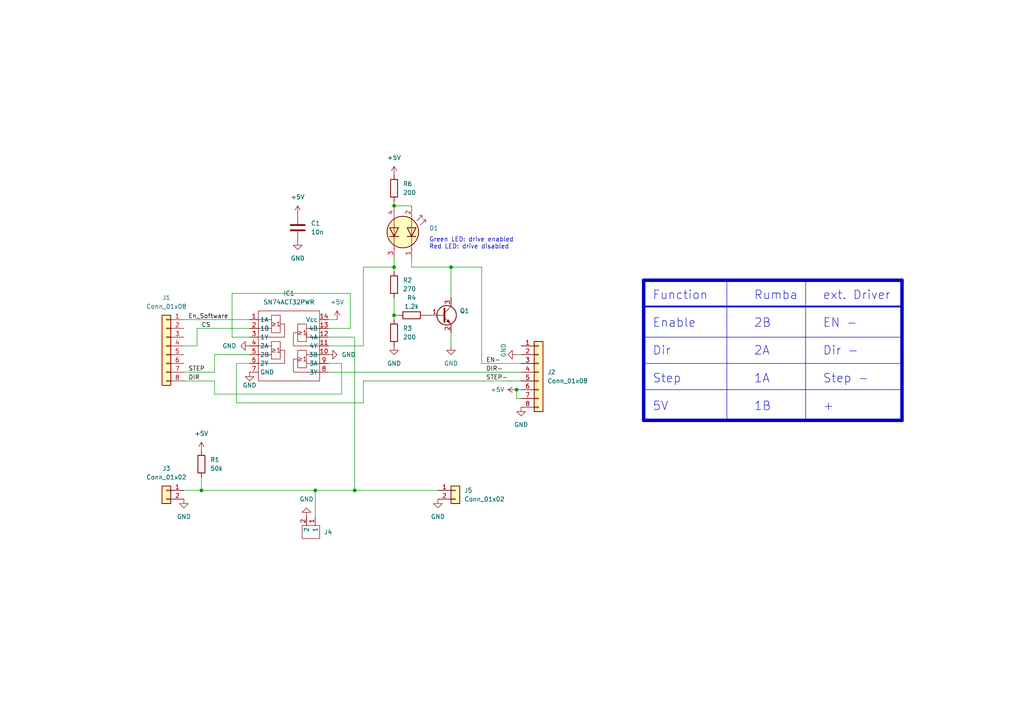
<source format=kicad_sch>
(kicad_sch (version 20211123) (generator eeschema)
  (paper "A4")
  (title_block (title "Driver BreakoutBoard for ext. Motor Drivers") (date "01.09.2023") (rev "1.0") (company "OpenSource Imaging Initiative"))
  (lib_symbols
    (symbol "Connector_Generic:Conn_01x02" (pin_names (offset 1.016) hide)
      (property "Reference" "J" (at 0 2.54 0))
      (property "Value" "Conn_01x02" (at 0 -5.08 0))
      (symbol "Conn_01x02_1_1"
        (rectangle (start -1.27 -2.413) (end 0 -2.667) (stroke (width 0.1524)))
        (rectangle (start -1.27 0.127) (end 0 -0.127) (stroke (width 0.1524)))
        (rectangle (start -1.27 1.27) (end 1.27 -3.81) (stroke (width 0.254)) (fill (type background)))
        (pin passive line (at -5.08 0 0) (length 3.81) (name "Pin_1") (number "1"))
        (pin passive line (at -5.08 -2.54 0) (length 3.81) (name "Pin_2") (number "2"))
      )
    )
    (symbol "Connector_Generic:Conn_01x08" (pin_names (offset 1.016) hide)
      (property "Reference" "J" (at 0 10.16 0))
      (property "Value" "Conn_01x08" (at 0 -12.7 0))
      (symbol "Conn_01x08_1_1"
        (rectangle (start -1.27 -10.033) (end 0 -10.287) (stroke (width 0.1524)))
        (rectangle (start -1.27 -7.493) (end 0 -7.747) (stroke (width 0.1524)))
        (rectangle (start -1.27 -4.953) (end 0 -5.207) (stroke (width 0.1524)))
        (rectangle (start -1.27 -2.413) (end 0 -2.667) (stroke (width 0.1524)))
        (rectangle (start -1.27 0.127) (end 0 -0.127) (stroke (width 0.1524)))
        (rectangle (start -1.27 2.667) (end 0 2.413) (stroke (width 0.1524)))
        (rectangle (start -1.27 5.207) (end 0 4.953) (stroke (width 0.1524)))
        (rectangle (start -1.27 7.747) (end 0 7.493) (stroke (width 0.1524)))
        (rectangle (start -1.27 8.89) (end 1.27 -11.43) (stroke (width 0.254)) (fill (type background)))
        (pin passive line (at -5.08 7.62 0) (length 3.81) (name "Pin_1") (number "1"))
        (pin passive line (at -5.08 5.08 0) (length 3.81) (name "Pin_2") (number "2"))
        (pin passive line (at -5.08 2.54 0) (length 3.81) (name "Pin_3") (number "3"))
        (pin passive line (at -5.08 0 0) (length 3.81) (name "Pin_4") (number "4"))
        (pin passive line (at -5.08 -2.54 0) (length 3.81) (name "Pin_5") (number "5"))
        (pin passive line (at -5.08 -5.08 0) (length 3.81) (name "Pin_6") (number "6"))
        (pin passive line (at -5.08 -7.62 0) (length 3.81) (name "Pin_7") (number "7"))
        (pin passive line (at -5.08 -10.16 0) (length 3.81) (name "Pin_8") (number "8"))
      )
    )
    (symbol "Device:C" (pin_numbers hide) (pin_names (offset 0.254))
      (property "Reference" "C" (at 0.635 2.54 0))
      (property "Value" "C" (at 0.635 -2.54 0))
      (symbol "C_0_1"
        (polyline (pts (xy -2.032 -0.762) (xy 2.032 -0.762)) (stroke (width 0.508)))
        (polyline (pts (xy -2.032 0.762) (xy 2.032 0.762)) (stroke (width 0.508)))
      )
      (symbol "C_1_1"
        (pin passive line (at 0 3.81 270) (length 2.794) (name "~") (number "1"))
        (pin passive line (at 0 -3.81 90) (length 2.794) (name "~") (number "2"))
      )
    )
    (symbol "Device:LED_Dual_KAKA" (pin_names (offset 0) hide)
      (property "Reference" "D" (at 0 5.715 0))
      (property "Value" "LED_Dual_KAKA" (at 0 -6.35 0))
      (symbol "LED_Dual_KAKA_0_1"
        (polyline (pts (xy -5.08 -2.54) (xy 2.032 -2.54)))
        (polyline (pts (xy -5.08 2.54) (xy 2.032 2.54)))
        (polyline (pts (xy -1.27 -1.27) (xy -1.27 -3.81)) (stroke (width 0.254)))
        (polyline (pts (xy -1.27 3.81) (xy -1.27 1.27)) (stroke (width 0.254)))
        (polyline (pts (xy 3.81 -2.54) (xy 1.905 -2.54)))
        (polyline (pts (xy 3.81 2.54) (xy 1.905 2.54)))
        (polyline (pts (xy 1.27 -1.27) (xy 1.27 -3.81) (xy -1.27 -2.54) (xy 1.27 -1.27)) (stroke (width 0.254)))
        (polyline (pts (xy 1.27 3.81) (xy 1.27 1.27) (xy -1.27 2.54) (xy 1.27 3.81)) (stroke (width 0.254)))
        (polyline (pts (xy 2.032 5.08) (xy 3.556 6.604) (xy 2.794 6.604) (xy 3.556 6.604) (xy 3.556 5.842)))
        (polyline (pts (xy 3.302 4.064) (xy 4.826 5.588) (xy 4.064 5.588) (xy 4.826 5.588) (xy 4.826 4.826)))
        (circle (center 0 0) (radius 4.572) (stroke (width 0.254)) (fill (type background)))
      )
      (symbol "LED_Dual_KAKA_1_1"
        (pin input line (at -7.62 2.54 0) (length 3.048) (name "A1") (number "1"))
        (pin input line (at 7.62 2.54 180) (length 3.81) (name "K1") (number "2"))
        (pin input line (at -7.62 -2.54 0) (length 3.048) (name "A2") (number "3"))
        (pin input line (at 7.62 -2.54 180) (length 3.81) (name "K2") (number "4"))
      )
    )
    (symbol "Device:Q_NPN_CEB" (pin_names (offset 0) hide)
      (property "Reference" "Q1" (at 5.08 1.2701 0))
      (symbol "Q_NPN_CEB_0_1"
        (polyline (pts (xy 0.635 0.635) (xy 2.54 2.54)))
        (polyline (pts (xy 0.635 -0.635) (xy 2.54 -2.54) (xy 2.54 -2.54)))
        (polyline (pts (xy 0.635 1.905) (xy 0.635 -1.905) (xy 0.635 -1.905)) (stroke (width 0.508)))
        (polyline (pts (xy 1.27 -1.778) (xy 1.778 -1.27) (xy 2.286 -2.286) (xy 1.27 -1.778) (xy 1.27 -1.778)) (fill (type outline)))
        (circle (center 1.27 0) (radius 2.8194) (stroke (width 0.254)))
      )
      (symbol "Q_NPN_CEB_1_1"
        (pin input line (at -5.08 0 0) (length 5.715) (name "B") (number "1"))
        (pin passive line (at 2.54 -5.08 90) (length 2.54) (name "E") (number "2"))
        (pin passive line (at 2.54 5.08 270) (length 2.54) (name "C") (number "3"))
      )
    )
    (symbol "Device:R" (pin_numbers hide) (pin_names (offset 0))
      (property "Reference" "R" (at 2.032 0 90))
      (property "Value" "R" (at 0 0 90))
      (symbol "R_0_1"
        (rectangle (start -1.016 -2.54) (end 1.016 2.54) (stroke (width 0.254)))
      )
      (symbol "R_1_1"
        (pin passive line (at 0 3.81 270) (length 1.27) (name "~") (number "1"))
        (pin passive line (at 0 -3.81 90) (length 1.27) (name "~") (number "2"))
      )
    )
    (symbol "custom_parts:0393570002"
      (property "Reference" "X" (at 0 0 0))
      (property "Value" "0393570002" (at 0 0 0))
      (property "Link" "https://www.digikey.de/de/products/detail/molex/0393570002/946543" (at 0 0 0))
      (symbol "0393570002_0_1"
        (rectangle (start -3.81 -2.54) (end 0 -7.62))
      )
      (symbol "0393570002_1_1"
        (pin passive line (at 2.54 -3.81 180) (length 2.54) (name "1") (number "1"))
        (pin passive line (at 2.54 -6.35 180) (length 2.54) (name "2") (number "2"))
      )
    )
    (symbol "custom_parts:74LVC32A"
      (property "Reference" "IC" (at 0 11.43 0))
      (property "Value" "74LVC32A" (at 0 -11.43 0))
      (property "Link" "https://www.digikey.de/de/products/detail/nexperia-usa-inc/74LVC32APW-118/946666" (at 0 0 0))
      (symbol "74LVC32A_0_0"
        (polyline (pts (xy -8.89 -2.54) (xy -5.08 -2.54)))
        (polyline (pts (xy -8.89 0) (xy -5.08 0)))
        (polyline (pts (xy -8.89 5.08) (xy -5.08 5.08)))
        (polyline (pts (xy -8.89 7.62) (xy -5.08 7.62)))
        (polyline (pts (xy 8.89 -5.08) (xy 5.08 -5.08)))
        (polyline (pts (xy 8.89 -2.54) (xy 5.08 -2.54)))
        (polyline (pts (xy 8.89 5.08) (xy 5.08 5.08)))
        (polyline (pts (xy 8.89 2.54) (xy 5.08 2.54) (xy 5.08 3.81)))
        (polyline (pts (xy -8.89 -5.08) (xy -1.27 -5.08) (xy -1.27 -1.27) (xy -2.54 -1.27)))
        (polyline (pts (xy 2.54 -3.81) (xy 1.27 -3.81) (xy 1.27 -7.62) (xy 8.89 -7.62)))
        (polyline (pts (xy 2.54 3.81) (xy 1.27 3.81) (xy 1.27 0) (xy 8.89 0)))
        (text "≥1" (at -3.81 -1.27 0) (effects (font (size 1.27 1.27))))
        (text "≥1" (at -3.81 6.35 0) (effects (font (size 1.27 1.27))))
        (text "≥1" (at 3.81 -3.81 0) (effects (font (size 1.27 1.27))))
        (text "≥1" (at 3.81 3.81 0) (effects (font (size 1.27 1.27))))
      )
      (symbol "74LVC32A_0_1"
        (rectangle (start -8.89 10.16) (end 8.89 -10.16))
        (rectangle (start -5.08 1.27) (end -2.54 -3.81))
        (rectangle (start -5.08 8.89) (end -2.54 3.81))
        (polyline (pts (xy -8.89 2.54) (xy -1.27 2.54) (xy -1.27 6.35) (xy -2.54 6.35)))
        (rectangle (start 2.54 -1.27) (end 5.08 -6.35))
        (rectangle (start 2.54 6.35) (end 5.08 1.27))
      )
      (symbol "74LVC32A_1_1"
        (pin input line (at -11.43 7.62 0) (length 2.54) (name "1A") (number "1"))
        (pin input line (at 11.43 -2.54 180) (length 2.54) (name "3B") (number "10"))
        (pin output line (at 11.43 0 180) (length 2.54) (name "4Y") (number "11"))
        (pin input line (at 11.43 2.54 180) (length 2.54) (name "4A") (number "12"))
        (pin input line (at 11.43 5.08 180) (length 2.54) (name "4B") (number "13"))
        (pin power_in line (at 11.43 7.62 180) (length 2.54) (name "Vcc") (number "14"))
        (pin input line (at -11.43 5.08 0) (length 2.54) (name "1B") (number "2"))
        (pin output line (at -11.43 2.54 0) (length 2.54) (name "1Y") (number "3"))
        (pin input line (at -11.43 0 0) (length 2.54) (name "2A") (number "4"))
        (pin input line (at -11.43 -2.54 0) (length 2.54) (name "2B") (number "5"))
        (pin output line (at -11.43 -5.08 0) (length 2.54) (name "2Y") (number "6"))
        (pin passive line (at -11.43 -7.62 0) (length 2.54) (name "GND") (number "7"))
        (pin output line (at 11.43 -7.62 180) (length 2.54) (name "3Y") (number "8"))
        (pin input line (at 11.43 -5.08 180) (length 2.54) (name "3A") (number "9"))
      )
    )
    (symbol "power:+5V" (power) (pin_names (offset 0))
      (property "Value" "+5V" (at 0 3.556 0))
      (symbol "+5V_0_1"
        (polyline (pts (xy -0.762 1.27) (xy 0 2.54)))
        (polyline (pts (xy 0 0) (xy 0 2.54)))
        (polyline (pts (xy 0 2.54) (xy 0.762 1.27)))
      )
      (symbol "+5V_1_1"
        (pin power_in line (at 0 0 90) (length 0) hide (name "+5V") (number "1"))
      )
    )
    (symbol "power:GND" (power) (pin_names (offset 0))
      (property "Value" "GND" (at 0 -3.81 0))
      (symbol "GND_0_1"
        (polyline (pts (xy 0 0) (xy 0 -1.27) (xy 1.27 -1.27) (xy 0 -2.54) (xy -1.27 -1.27) (xy 0 -1.27)))
      )
      (symbol "GND_1_1"
        (pin power_in line (at 0 0 270) (length 0) hide (name "GND") (number "1"))
      )
    )
  )
  (junction (at 114.3 77.47))
  (junction (at 102.87 142.24))
  (junction (at 58.42 142.24))
  (junction (at 114.3 91.44))
  (junction (at 149.86 113.03))
  (junction (at 91.44 142.24))
  (junction (at 130.81 77.47))
  (junction (at 114.3 59.69))
  (wire (pts (xy 114.3 59.69) (xy 119.38 59.69)))
  (wire (pts (xy 114.3 78.74) (xy 114.3 77.47)))
  (wire (pts (xy 91.44 142.24) (xy 102.87 142.24)))
  (wire (pts (xy 57.15 100.33) (xy 57.15 95.25)))
  (wire (pts (xy 101.6 85.09) (xy 101.6 95.25)))
  (wire (pts (xy 53.34 110.49) (xy 62.23 110.49)))
  (wire (pts (xy 130.81 96.52) (xy 130.81 100.33)))
  (wire (pts (xy 105.41 110.49) (xy 151.13 110.49)))
  (wire (pts (xy 130.81 77.47) (xy 139.7 77.47)))
  (polyline (pts (xy 186.69 105.41) (xy 261.62 105.41)) (stroke (width 0) (type solid)))
  (wire (pts (xy 149.86 113.03) (xy 149.86 115.57)))
  (wire (pts (xy 114.3 74.93) (xy 114.3 77.47)))
  (wire (pts (xy 53.34 142.24) (xy 58.42 142.24)))
  (wire (pts (xy 91.44 142.24) (xy 91.44 149.86)))
  (wire (pts (xy 95.25 97.79) (xy 102.87 97.79)))
  (wire (pts (xy 68.58 116.84) (xy 105.41 116.84)))
  (polyline (pts (xy 186.69 88.9) (xy 261.62 88.9)) (stroke (width 0.5) (type solid)))
  (wire (pts (xy 95.25 107.95) (xy 151.13 107.95)))
  (polyline (pts (xy 233.68 81.28) (xy 233.68 121.92)) (stroke (width 0) (type solid)))
  (wire (pts (xy 72.39 97.79) (xy 67.31 97.79)))
  (wire (pts (xy 151.13 113.03) (xy 149.86 113.03)))
  (polyline (pts (xy 186.69 97.79) (xy 261.62 97.79)) (stroke (width 0) (type solid)))
  (wire (pts (xy 58.42 142.24) (xy 91.44 142.24)))
  (wire (pts (xy 62.23 102.87) (xy 72.39 102.87)))
  (wire (pts (xy 53.34 107.95) (xy 62.23 107.95)))
  (polyline (pts (xy 261.62 81.28) (xy 261.62 121.92)) (stroke (width 1) (type solid)))
  (wire (pts (xy 102.87 142.24) (xy 127 142.24)))
  (wire (pts (xy 58.42 138.43) (xy 58.42 142.24)))
  (wire (pts (xy 114.3 91.44) (xy 114.3 92.71)))
  (wire (pts (xy 149.86 115.57) (xy 151.13 115.57)))
  (wire (pts (xy 105.41 116.84) (xy 105.41 110.49)))
  (wire (pts (xy 102.87 97.79) (xy 102.87 142.24)))
  (wire (pts (xy 139.7 77.47) (xy 139.7 105.41)))
  (wire (pts (xy 68.58 105.41) (xy 68.58 116.84)))
  (polyline (pts (xy 261.62 121.92) (xy 186.69 121.92)) (stroke (width 1) (type solid)))
  (wire (pts (xy 97.79 92.71) (xy 95.25 92.71)))
  (wire (pts (xy 119.38 74.93) (xy 119.38 77.47)))
  (wire (pts (xy 149.86 102.87) (xy 151.13 102.87)))
  (wire (pts (xy 105.41 77.47) (xy 114.3 77.47)))
  (wire (pts (xy 130.81 77.47) (xy 130.81 86.36)))
  (wire (pts (xy 57.15 95.25) (xy 72.39 95.25)))
  (wire (pts (xy 67.31 97.79) (xy 67.31 85.09)))
  (wire (pts (xy 114.3 91.44) (xy 114.3 86.36)))
  (wire (pts (xy 62.23 114.3) (xy 99.06 114.3)))
  (wire (pts (xy 62.23 107.95) (xy 62.23 102.87)))
  (wire (pts (xy 119.38 77.47) (xy 130.81 77.47)))
  (polyline (pts (xy 186.69 81.28) (xy 186.69 121.92)) (stroke (width 1) (type solid)))
  (wire (pts (xy 67.31 85.09) (xy 101.6 85.09)))
  (wire (pts (xy 139.7 105.41) (xy 151.13 105.41)))
  (polyline (pts (xy 186.69 113.03) (xy 261.62 113.03)) (stroke (width 0) (type solid)))
  (wire (pts (xy 99.06 114.3) (xy 99.06 105.41)))
  (polyline (pts (xy 210.82 81.28) (xy 210.82 121.92)) (stroke (width 0) (type solid)))
  (wire (pts (xy 53.34 100.33) (xy 57.15 100.33)))
  (wire (pts (xy 101.6 95.25) (xy 95.25 95.25)))
  (wire (pts (xy 53.34 92.71) (xy 72.39 92.71)))
  (wire (pts (xy 114.3 58.42) (xy 114.3 59.69)))
  (wire (pts (xy 95.25 100.33) (xy 105.41 100.33)))
  (wire (pts (xy 72.39 105.41) (xy 68.58 105.41)))
  (wire (pts (xy 99.06 105.41) (xy 95.25 105.41)))
  (wire (pts (xy 115.57 91.44) (xy 114.3 91.44)))
  (polyline (pts (xy 186.69 81.28) (xy 261.62 81.28)) (stroke (width 1) (type solid)))
  (wire (pts (xy 105.41 100.33) (xy 105.41 77.47)))
  (wire (pts (xy 62.23 110.49) (xy 62.23 114.3)))
  (text "Function	Rumba	ext. Driver\n\nEnable		2B		EN -\n\nDir 		2A		Dir -\n\nStep		1A		Step -\n\n5V 			1B		+" (at 189.23 119.38 0) (effects (font (size 2.5 2.5)) (justify left bottom)))
  (text "Green LED: drive enabled\nRed LED: drive disabled" (at 124.46 72.39 0) (effects (font (size 1.27 1.27)) (justify left bottom)))
  (label "DIR" (at 54.61 110.49 0))
  (label "CS" (at 58.42 95.25 0))
  (label "EN-" (at 140.97 105.41 0))
  (label "STEP" (at 54.61 107.95 0))
  (label "En_Software" (at 54.61 92.71 0))
  (label "STEP-" (at 140.97 110.49 0))
  (label "DIR-" (at 140.97 107.95 0))
  (symbol (lib_id "Connector_Generic:Conn_01x08") (at 48.26 100.33 0) (mirror y) (unit 1)
    (property "Reference" "J1" (at 48.26 86.36 0))
    (property "Value" "Conn_01x08" (at 48.26 88.9 0))
    (property "Footprint" "Connector_PinHeader_2.54mm:PinHeader_1x08_P2.54mm_Vertical" (effects hide))
    (property "Link" "https://www.digikey.de/de/products/detail/w%C3%BCrth-elektronik/61300811121/4846839" (effects hide))
  )
  (symbol (lib_id "Device:R") (at 114.3 82.55 0) (unit 1)
    (property "Reference" "R2" (at 116.84 81.2799 0) (effects (justify left)))
    (property "Value" "270" (at 116.84 83.8199 0) (effects (justify left)))
    (property "Footprint" "Resistor_SMD:R_0805_2012Metric_Pad1.20x1.40mm_HandSolder" (effects hide))
  )
  (symbol (lib_id "custom_parts:74LVC32A") (at 83.82 100.33 0) (unit 1)
    (property "Reference" "IC1" (at 83.82 85.09 0))
    (property "Value" "SN74ACT32PWR" (at 83.82 87.63 0))
    (property "Footprint" "footprints:SOT402-1_NXP-M" (effects hide))
    (property "Link" "https://www.digikey.de/en/products/detail/texas-instruments/SN74ACT32PWR/376063" (effects hide))
  )
  (symbol (lib_id "power:+5V") (at 97.79 92.71 0) (unit 1)
    (property "Reference" "#PWR0101" (effects hide))
    (property "Value" "+5V" (at 97.79 87.63 0))
  )
  (symbol (lib_id "custom_parts:0393570002") (at 95.25 152.4 270) (mirror x) (unit 1)
    (property "Reference" "J4" (at 93.98 154.3049 90) (effects (justify left)))
    (property "Value" "0393570002" (effects hide))
    (property "Footprint" "Connector:0393570002" (effects hide))
    (property "Datasheet" "https://tools.molex.com/pdm_docs/sd/393570002_sd.pdf" (effects hide))
    (property "Link" "https://www.digikey.de/de/products/detail/molex/0393570002/946543" (effects hide))
  )
  (symbol (lib_id "Device:R") (at 114.3 96.52 0) (unit 1)
    (property "Reference" "R3" (at 116.84 95.2499 0) (effects (justify left)))
    (property "Value" "200" (at 116.84 97.7899 0) (effects (justify left)))
    (property "Footprint" "Resistor_SMD:R_0805_2012Metric_Pad1.20x1.40mm_HandSolder" (effects hide))
  )
  (symbol (lib_id "Device:Q_NPN_CEB") (at 128.27 91.44 0) (unit 1)
    (property "Reference" "Q1" (at 133.35 90.1699 0) (effects (justify left)))
    (property "Value" "Q_NPN_CEB" (effects hide))
    (property "Footprint" "Package_TO_SOT_SMD:SOT-23_Handsoldering" (effects hide))
    (property "Datasheet" "https://assets.nexperia.com/documents/data-sheet/MMBT3904.pdf" (effects hide))
  )
  (symbol (lib_id "Connector_Generic:Conn_01x02") (at 132.08 142.24 0) (unit 1)
    (property "Reference" "J5" (at 134.62 142.2399 0) (effects (justify left)))
    (property "Value" "Conn_01x02" (at 134.62 144.7799 0) (effects (justify left)))
    (property "Footprint" "Connector_PinHeader_2.54mm:PinHeader_1x02_P2.54mm_Vertical" (effects hide))
    (property "Link" "https://www.digikey.de/de/products/detail/w%C3%BCrth-elektronik/61300211121/4846823" (effects hide))
  )
  (symbol (lib_id "power:GND") (at 86.36 69.85 0) (unit 1)
    (property "Reference" "#PWR0107" (effects hide))
    (property "Value" "GND" (at 86.36 74.93 0))
  )
  (symbol (lib_id "power:GND") (at 149.86 102.87 270) (unit 1)
    (property "Reference" "#PWR0111" (effects hide))
    (property "Value" "GND" (at 146.05 101.6 0))
  )
  (symbol (lib_id "power:GND") (at 130.81 100.33 0) (unit 1)
    (property "Reference" "#PWR0116" (effects hide))
    (property "Value" "GND" (at 130.81 105.41 0))
  )
  (symbol (lib_id "power:+5V") (at 86.36 62.23 0) (unit 1)
    (property "Reference" "#PWR0102" (effects hide))
    (property "Value" "+5V" (at 86.36 57.15 0))
  )
  (symbol (lib_id "power:+5V") (at 149.86 113.03 90) (unit 1)
    (property "Reference" "#PWR0115" (effects hide))
    (property "Value" "+5V" (at 142.24 113.03 90) (effects (justify right)))
  )
  (symbol (lib_id "power:GND") (at 127 144.78 0) (unit 1)
    (property "Reference" "#PWR0113" (effects hide))
    (property "Value" "GND" (at 127 149.86 0))
  )
  (symbol (lib_id "Device:R") (at 58.42 134.62 0) (unit 1)
    (property "Reference" "R1" (at 60.96 133.3499 0) (effects (justify left)))
    (property "Value" "50k" (at 60.96 135.8899 0) (effects (justify left)))
    (property "Footprint" "Resistor_SMD:R_0805_2012Metric_Pad1.20x1.40mm_HandSolder" (effects hide))
  )
  (symbol (lib_id "power:GND") (at 151.13 118.11 0) (unit 1)
    (property "Reference" "#PWR0108" (effects hide))
    (property "Value" "GND" (at 151.13 123.19 0))
  )
  (symbol (lib_id "Device:LED_Dual_KAKA") (at 116.84 67.31 270) (mirror x) (unit 1)
    (property "Reference" "D1" (at 124.46 66.1669 90) (effects (justify left)))
    (property "Value" "LED_Dual" (effects hide))
    (property "Footprint" "LED_SMD:LED_Kingbright_AAA3528ESGCT" (effects hide))
    (property "Datasheet" "https://www.kingbrightusa.com/images/catalog/SPEC/AAA3528ESGCT.pdf" (effects hide))
    (property "Link" "https://www.digikey.de/de/products/detail/kingbright/AAA3528ESGCT/7318936" (effects hide))
  )
  (symbol (lib_id "power:GND") (at 88.9 149.86 180) (unit 1)
    (property "Reference" "#PWR0109" (effects hide))
    (property "Value" "GND" (at 88.9 144.78 0))
  )
  (symbol (lib_id "power:GND") (at 53.34 144.78 0) (unit 1)
    (property "Reference" "#PWR0114" (effects hide))
    (property "Value" "GND" (at 53.34 149.86 0))
  )
  (symbol (lib_id "Device:R") (at 114.3 54.61 0) (unit 1)
    (property "Reference" "R6" (at 116.84 53.3399 0) (effects (justify left)))
    (property "Value" "200" (at 116.84 55.8799 0) (effects (justify left)))
    (property "Footprint" "Resistor_SMD:R_0805_2012Metric_Pad1.20x1.40mm_HandSolder" (effects hide))
  )
  (symbol (lib_id "power:+5V") (at 114.3 50.8 0) (unit 1)
    (property "Reference" "#PWR0103" (effects hide))
    (property "Value" "+5V" (at 114.3 45.72 0))
  )
  (symbol (lib_id "Device:R") (at 119.38 91.44 90) (unit 1)
    (property "Reference" "R4" (at 119.38 86.36 90))
    (property "Value" "1.2k" (at 119.38 88.9 90))
    (property "Footprint" "Resistor_SMD:R_0805_2012Metric_Pad1.20x1.40mm_HandSolder" (effects hide))
  )
  (symbol (lib_id "power:GND") (at 114.3 100.33 0) (unit 1)
    (property "Reference" "#PWR0110" (effects hide))
    (property "Value" "GND" (at 114.3 105.41 0))
  )
  (symbol (lib_id "Device:C") (at 86.36 66.04 0) (unit 1)
    (property "Reference" "C1" (at 90.17 64.7699 0) (effects (justify left)))
    (property "Value" "10n" (at 90.17 67.3099 0) (effects (justify left)))
    (property "Footprint" "Capacitor_SMD:C_0805_2012Metric_Pad1.18x1.45mm_HandSolder" (effects hide))
    (property "Link" "https://www.digikey.de/de/products/detail/kemet/C0805C103K2RECAUTO/8646745" (effects hide))
  )
  (symbol (lib_id "power:+5V") (at 58.42 130.81 0) (unit 1)
    (property "Reference" "#PWR0106" (effects hide))
    (property "Value" "+5V" (at 58.42 125.73 0))
  )
  (symbol (lib_id "power:GND") (at 72.39 107.95 0) (unit 1)
    (property "Reference" "#PWR0105" (effects hide))
    (property "Value" "GND" (at 72.39 111.76 0))
  )
  (symbol (lib_id "Connector_Generic:Conn_01x02") (at 48.26 142.24 0) (mirror y) (unit 1)
    (property "Reference" "J3" (at 48.26 135.89 0))
    (property "Value" "Conn_01x02" (at 48.26 138.43 0))
    (property "Footprint" "Connector_PinHeader_2.54mm:PinHeader_1x02_P2.54mm_Vertical" (effects hide))
    (property "Link" "https://www.digikey.de/de/products/detail/w%C3%BCrth-elektronik/61300211121/4846823" (effects hide))
  )
  (symbol (lib_id "power:GND") (at 72.39 100.33 270) (unit 1)
    (property "Reference" "#PWR0104" (effects hide))
    (property "Value" "GND" (at 68.58 100.3299 90) (effects (justify right)))
  )
  (symbol (lib_id "Connector_Generic:Conn_01x08") (at 156.21 107.95 0) (unit 1)
    (property "Reference" "J2" (at 158.75 107.9499 0) (effects (justify left)))
    (property "Value" "Conn_01x08" (at 158.75 110.4899 0) (effects (justify left)))
    (property "Footprint" "Connector_PinHeader_2.54mm:PinHeader_1x08_P2.54mm_Vertical" (effects hide))
    (property "Link" "https://www.digikey.de/de/products/detail/w%C3%BCrth-elektronik/61300811121/4846839" (effects hide))
  )
  (symbol (lib_id "power:GND") (at 95.25 102.87 90) (unit 1)
    (property "Reference" "#PWR0112" (effects hide))
    (property "Value" "GND" (at 99.06 102.8699 90) (effects (justify right)))
  )
)
</source>
